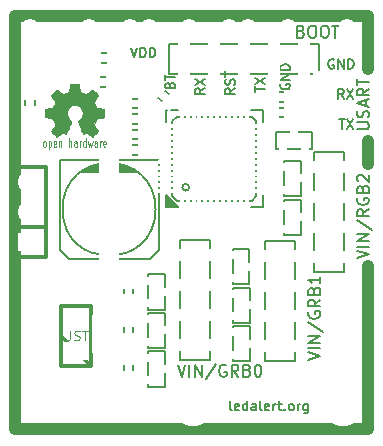
<source format=gto>
G04 #@! TF.FileFunction,Legend,Top*
%FSLAX46Y46*%
G04 Gerber Fmt 4.6, Leading zero omitted, Abs format (unit mm)*
G04 Created by KiCad (PCBNEW (2015-03-13 BZR 5510)-product) date ons  4 nov 2015 02:41:53*
%MOMM*%
G01*
G04 APERTURE LIST*
%ADD10C,0.100000*%
%ADD11C,0.200000*%
%ADD12C,1.000000*%
%ADD13C,0.150000*%
%ADD14C,0.075000*%
%ADD15C,0.002540*%
%ADD16C,0.198120*%
%ADD17C,0.127000*%
%ADD18C,0.149860*%
%ADD19C,0.304800*%
%ADD20O,4.100500X2.098980*%
%ADD21O,2.098980X4.100500*%
%ADD22O,2.098980X4.600880*%
%ADD23R,3.550000X1.120000*%
%ADD24O,1.400000X1.900000*%
%ADD25R,1.120000X3.550000*%
%ADD26R,1.700200X4.100500*%
%ADD27R,0.999160X1.100760*%
%ADD28R,1.100760X0.699440*%
%ADD29R,0.699440X1.100760*%
%ADD30R,1.100760X0.999160*%
%ADD31C,3.100000*%
%ADD32R,0.399720X1.400480*%
%ADD33R,1.400480X0.399720*%
%ADD34R,2.299640X1.624000*%
%ADD35O,2.299640X1.624000*%
G04 APERTURE END LIST*
D10*
D11*
X136738095Y-119391905D02*
X136661904Y-119353810D01*
X136623809Y-119277619D01*
X136623809Y-118591905D01*
X137347619Y-119353810D02*
X137271429Y-119391905D01*
X137119048Y-119391905D01*
X137042857Y-119353810D01*
X137004762Y-119277619D01*
X137004762Y-118972857D01*
X137042857Y-118896667D01*
X137119048Y-118858571D01*
X137271429Y-118858571D01*
X137347619Y-118896667D01*
X137385714Y-118972857D01*
X137385714Y-119049048D01*
X137004762Y-119125238D01*
X138071428Y-119391905D02*
X138071428Y-118591905D01*
X138071428Y-119353810D02*
X137995238Y-119391905D01*
X137842857Y-119391905D01*
X137766666Y-119353810D01*
X137728571Y-119315714D01*
X137690476Y-119239524D01*
X137690476Y-119010952D01*
X137728571Y-118934762D01*
X137766666Y-118896667D01*
X137842857Y-118858571D01*
X137995238Y-118858571D01*
X138071428Y-118896667D01*
X138795238Y-119391905D02*
X138795238Y-118972857D01*
X138757143Y-118896667D01*
X138680953Y-118858571D01*
X138528572Y-118858571D01*
X138452381Y-118896667D01*
X138795238Y-119353810D02*
X138719048Y-119391905D01*
X138528572Y-119391905D01*
X138452381Y-119353810D01*
X138414286Y-119277619D01*
X138414286Y-119201429D01*
X138452381Y-119125238D01*
X138528572Y-119087143D01*
X138719048Y-119087143D01*
X138795238Y-119049048D01*
X139290477Y-119391905D02*
X139214286Y-119353810D01*
X139176191Y-119277619D01*
X139176191Y-118591905D01*
X139900001Y-119353810D02*
X139823811Y-119391905D01*
X139671430Y-119391905D01*
X139595239Y-119353810D01*
X139557144Y-119277619D01*
X139557144Y-118972857D01*
X139595239Y-118896667D01*
X139671430Y-118858571D01*
X139823811Y-118858571D01*
X139900001Y-118896667D01*
X139938096Y-118972857D01*
X139938096Y-119049048D01*
X139557144Y-119125238D01*
X140280953Y-119391905D02*
X140280953Y-118858571D01*
X140280953Y-119010952D02*
X140319048Y-118934762D01*
X140357144Y-118896667D01*
X140433334Y-118858571D01*
X140509525Y-118858571D01*
X140661905Y-118858571D02*
X140966667Y-118858571D01*
X140776191Y-118591905D02*
X140776191Y-119277619D01*
X140814286Y-119353810D01*
X140890477Y-119391905D01*
X140966667Y-119391905D01*
X141233334Y-119315714D02*
X141271429Y-119353810D01*
X141233334Y-119391905D01*
X141195239Y-119353810D01*
X141233334Y-119315714D01*
X141233334Y-119391905D01*
X141728572Y-119391905D02*
X141652381Y-119353810D01*
X141614286Y-119315714D01*
X141576191Y-119239524D01*
X141576191Y-119010952D01*
X141614286Y-118934762D01*
X141652381Y-118896667D01*
X141728572Y-118858571D01*
X141842858Y-118858571D01*
X141919048Y-118896667D01*
X141957143Y-118934762D01*
X141995239Y-119010952D01*
X141995239Y-119239524D01*
X141957143Y-119315714D01*
X141919048Y-119353810D01*
X141842858Y-119391905D01*
X141728572Y-119391905D01*
X142338096Y-119391905D02*
X142338096Y-118858571D01*
X142338096Y-119010952D02*
X142376191Y-118934762D01*
X142414287Y-118896667D01*
X142490477Y-118858571D01*
X142566668Y-118858571D01*
X143176191Y-118858571D02*
X143176191Y-119506190D01*
X143138096Y-119582381D01*
X143100001Y-119620476D01*
X143023810Y-119658571D01*
X142909525Y-119658571D01*
X142833334Y-119620476D01*
X143176191Y-119353810D02*
X143100001Y-119391905D01*
X142947620Y-119391905D01*
X142871429Y-119353810D01*
X142833334Y-119315714D01*
X142795239Y-119239524D01*
X142795239Y-119010952D01*
X142833334Y-118934762D01*
X142871429Y-118896667D01*
X142947620Y-118858571D01*
X143100001Y-118858571D01*
X143176191Y-118896667D01*
D12*
X148320000Y-110240000D02*
X148320000Y-107210000D01*
X148320000Y-97440000D02*
X148320000Y-98560000D01*
X122260000Y-118260000D02*
X122810000Y-118260000D01*
X148320000Y-97670000D02*
X148320000Y-96580000D01*
X148320000Y-120990000D02*
X148320000Y-109560000D01*
X148320000Y-97490000D02*
X148320000Y-96980000D01*
X148320000Y-86020000D02*
X148320000Y-90450000D01*
X118400000Y-86020000D02*
X148320000Y-86020000D01*
X118400000Y-121010000D02*
X118400000Y-86020000D01*
X148320000Y-121010000D02*
X118400000Y-121010000D01*
X148320000Y-120880000D02*
X148320000Y-121010000D01*
D13*
X131512857Y-91837619D02*
X131550952Y-91723333D01*
X131589048Y-91685238D01*
X131665238Y-91647143D01*
X131779524Y-91647143D01*
X131855714Y-91685238D01*
X131893810Y-91723333D01*
X131931905Y-91799524D01*
X131931905Y-92104286D01*
X131131905Y-92104286D01*
X131131905Y-91837619D01*
X131170000Y-91761429D01*
X131208095Y-91723333D01*
X131284286Y-91685238D01*
X131360476Y-91685238D01*
X131436667Y-91723333D01*
X131474762Y-91761429D01*
X131512857Y-91837619D01*
X131512857Y-92104286D01*
X131131905Y-91418572D02*
X131131905Y-90961429D01*
X131931905Y-91190000D02*
X131131905Y-91190000D01*
X137011905Y-92138095D02*
X136630952Y-92404762D01*
X137011905Y-92595238D02*
X136211905Y-92595238D01*
X136211905Y-92290476D01*
X136250000Y-92214285D01*
X136288095Y-92176190D01*
X136364286Y-92138095D01*
X136478571Y-92138095D01*
X136554762Y-92176190D01*
X136592857Y-92214285D01*
X136630952Y-92290476D01*
X136630952Y-92595238D01*
X136973810Y-91833333D02*
X137011905Y-91719047D01*
X137011905Y-91528571D01*
X136973810Y-91452381D01*
X136935714Y-91414285D01*
X136859524Y-91376190D01*
X136783333Y-91376190D01*
X136707143Y-91414285D01*
X136669048Y-91452381D01*
X136630952Y-91528571D01*
X136592857Y-91680952D01*
X136554762Y-91757143D01*
X136516667Y-91795238D01*
X136440476Y-91833333D01*
X136364286Y-91833333D01*
X136288095Y-91795238D01*
X136250000Y-91757143D01*
X136211905Y-91680952D01*
X136211905Y-91490476D01*
X136250000Y-91376190D01*
X136211905Y-91147619D02*
X136211905Y-90690476D01*
X137011905Y-90919047D02*
X136211905Y-90919047D01*
X134471905Y-92123333D02*
X134090952Y-92390000D01*
X134471905Y-92580476D02*
X133671905Y-92580476D01*
X133671905Y-92275714D01*
X133710000Y-92199523D01*
X133748095Y-92161428D01*
X133824286Y-92123333D01*
X133938571Y-92123333D01*
X134014762Y-92161428D01*
X134052857Y-92199523D01*
X134090952Y-92275714D01*
X134090952Y-92580476D01*
X133671905Y-91856666D02*
X134471905Y-91323333D01*
X133671905Y-91323333D02*
X134471905Y-91856666D01*
X138731905Y-92419524D02*
X138731905Y-91962381D01*
X139531905Y-92190952D02*
X138731905Y-92190952D01*
X138731905Y-91771904D02*
X139531905Y-91238571D01*
X138731905Y-91238571D02*
X139531905Y-91771904D01*
X140910000Y-91769523D02*
X140871905Y-91845714D01*
X140871905Y-91959999D01*
X140910000Y-92074285D01*
X140986190Y-92150476D01*
X141062381Y-92188571D01*
X141214762Y-92226666D01*
X141329048Y-92226666D01*
X141481429Y-92188571D01*
X141557619Y-92150476D01*
X141633810Y-92074285D01*
X141671905Y-91959999D01*
X141671905Y-91883809D01*
X141633810Y-91769523D01*
X141595714Y-91731428D01*
X141329048Y-91731428D01*
X141329048Y-91883809D01*
X141671905Y-91388571D02*
X140871905Y-91388571D01*
X141671905Y-90931428D01*
X140871905Y-90931428D01*
X141671905Y-90550476D02*
X140871905Y-90550476D01*
X140871905Y-90360000D01*
X140910000Y-90245714D01*
X140986190Y-90169523D01*
X141062381Y-90131428D01*
X141214762Y-90093333D01*
X141329048Y-90093333D01*
X141481429Y-90131428D01*
X141557619Y-90169523D01*
X141633810Y-90245714D01*
X141671905Y-90360000D01*
X141671905Y-90550476D01*
X145850476Y-94761905D02*
X146307619Y-94761905D01*
X146079048Y-95561905D02*
X146079048Y-94761905D01*
X146498096Y-94761905D02*
X147031429Y-95561905D01*
X147031429Y-94761905D02*
X146498096Y-95561905D01*
X146236667Y-93001905D02*
X145970000Y-92620952D01*
X145779524Y-93001905D02*
X145779524Y-92201905D01*
X146084286Y-92201905D01*
X146160477Y-92240000D01*
X146198572Y-92278095D01*
X146236667Y-92354286D01*
X146236667Y-92468571D01*
X146198572Y-92544762D01*
X146160477Y-92582857D01*
X146084286Y-92620952D01*
X145779524Y-92620952D01*
X146503334Y-92201905D02*
X147036667Y-93001905D01*
X147036667Y-92201905D02*
X146503334Y-93001905D01*
X145380477Y-89700000D02*
X145304286Y-89661905D01*
X145190001Y-89661905D01*
X145075715Y-89700000D01*
X144999524Y-89776190D01*
X144961429Y-89852381D01*
X144923334Y-90004762D01*
X144923334Y-90119048D01*
X144961429Y-90271429D01*
X144999524Y-90347619D01*
X145075715Y-90423810D01*
X145190001Y-90461905D01*
X145266191Y-90461905D01*
X145380477Y-90423810D01*
X145418572Y-90385714D01*
X145418572Y-90119048D01*
X145266191Y-90119048D01*
X145761429Y-90461905D02*
X145761429Y-89661905D01*
X146218572Y-90461905D01*
X146218572Y-89661905D01*
X146599524Y-90461905D02*
X146599524Y-89661905D01*
X146790000Y-89661905D01*
X146904286Y-89700000D01*
X146980477Y-89776190D01*
X147018572Y-89852381D01*
X147056667Y-90004762D01*
X147056667Y-90119048D01*
X147018572Y-90271429D01*
X146980477Y-90347619D01*
X146904286Y-90423810D01*
X146790000Y-90461905D01*
X146599524Y-90461905D01*
D14*
X125600000Y-96600000D02*
X125600000Y-97060000D01*
X125690000Y-96600000D02*
X125740000Y-96600000D01*
X125640000Y-96630000D02*
X125690000Y-96600000D01*
X125620000Y-96650000D02*
X125640000Y-96630000D01*
X125600000Y-96720000D02*
X125620000Y-96650000D01*
X126040000Y-97060000D02*
X126090000Y-97030000D01*
X125940000Y-97060000D02*
X126040000Y-97060000D01*
X125900000Y-97030000D02*
X125940000Y-97060000D01*
X125880000Y-96960000D02*
X125900000Y-97030000D01*
X125880000Y-96690000D02*
X125880000Y-96960000D01*
X125910000Y-96630000D02*
X125880000Y-96690000D01*
X125950000Y-96600000D02*
X125910000Y-96630000D01*
X126050000Y-96600000D02*
X125950000Y-96600000D01*
X126090000Y-96640000D02*
X126050000Y-96600000D01*
X126110000Y-96710000D02*
X126090000Y-96640000D01*
X126110000Y-96830000D02*
X126110000Y-96710000D01*
X126110000Y-96830000D02*
X125880000Y-96830000D01*
X125360000Y-96690000D02*
X125360000Y-97060000D01*
X125330000Y-96630000D02*
X125360000Y-96690000D01*
X125290000Y-96600000D02*
X125330000Y-96630000D01*
X125190000Y-96600000D02*
X125290000Y-96600000D01*
X125140000Y-96630000D02*
X125190000Y-96600000D01*
X125200000Y-96790000D02*
X125150000Y-96820000D01*
X125320000Y-96790000D02*
X125200000Y-96790000D01*
X125360000Y-96760000D02*
X125320000Y-96790000D01*
X125310000Y-97060000D02*
X125360000Y-97020000D01*
X125190000Y-97060000D02*
X125310000Y-97060000D01*
X125140000Y-97020000D02*
X125190000Y-97060000D01*
X125120000Y-96960000D02*
X125140000Y-97020000D01*
X125120000Y-96890000D02*
X125120000Y-96960000D01*
X125150000Y-96820000D02*
X125120000Y-96890000D01*
X124570000Y-96600000D02*
X124670000Y-97060000D01*
X124670000Y-97060000D02*
X124760000Y-96720000D01*
X124760000Y-96720000D02*
X124860000Y-97060000D01*
X124860000Y-97060000D02*
X124960000Y-96600000D01*
X124380000Y-97030000D02*
X124340000Y-97060000D01*
X124340000Y-97060000D02*
X124230000Y-97060000D01*
X124230000Y-97060000D02*
X124190000Y-97030000D01*
X124190000Y-97030000D02*
X124170000Y-97000000D01*
X124170000Y-97000000D02*
X124140000Y-96930000D01*
X124140000Y-96930000D02*
X124140000Y-96730000D01*
X124140000Y-96730000D02*
X124170000Y-96660000D01*
X124170000Y-96660000D02*
X124190000Y-96630000D01*
X124190000Y-96630000D02*
X124250000Y-96590000D01*
X124250000Y-96590000D02*
X124320000Y-96590000D01*
X124320000Y-96590000D02*
X124380000Y-96630000D01*
X124380000Y-96360000D02*
X124380000Y-97060000D01*
X123860000Y-96720000D02*
X123880000Y-96650000D01*
X123880000Y-96650000D02*
X123900000Y-96630000D01*
X123900000Y-96630000D02*
X123950000Y-96600000D01*
X123950000Y-96600000D02*
X124000000Y-96600000D01*
X123860000Y-96600000D02*
X123860000Y-97060000D01*
X123410000Y-96820000D02*
X123380000Y-96890000D01*
X123380000Y-96890000D02*
X123380000Y-96960000D01*
X123380000Y-96960000D02*
X123400000Y-97020000D01*
X123400000Y-97020000D02*
X123450000Y-97060000D01*
X123450000Y-97060000D02*
X123570000Y-97060000D01*
X123570000Y-97060000D02*
X123620000Y-97020000D01*
X123620000Y-96760000D02*
X123580000Y-96790000D01*
X123580000Y-96790000D02*
X123460000Y-96790000D01*
X123460000Y-96790000D02*
X123410000Y-96820000D01*
X123400000Y-96630000D02*
X123450000Y-96600000D01*
X123450000Y-96600000D02*
X123550000Y-96600000D01*
X123550000Y-96600000D02*
X123590000Y-96630000D01*
X123590000Y-96630000D02*
X123620000Y-96690000D01*
X123620000Y-96690000D02*
X123620000Y-97060000D01*
X122950000Y-96670000D02*
X122970000Y-96630000D01*
X122970000Y-96630000D02*
X123020000Y-96600000D01*
X123020000Y-96600000D02*
X123100000Y-96600000D01*
X123100000Y-96600000D02*
X123140000Y-96630000D01*
X123140000Y-96630000D02*
X123160000Y-96690000D01*
X123160000Y-96690000D02*
X123160000Y-97060000D01*
X122950000Y-96360000D02*
X122950000Y-97060000D01*
X121900000Y-96830000D02*
X121670000Y-96830000D01*
X122120000Y-96660000D02*
X122140000Y-96630000D01*
X122140000Y-96630000D02*
X122180000Y-96600000D01*
X122180000Y-96600000D02*
X122270000Y-96600000D01*
X122270000Y-96600000D02*
X122310000Y-96630000D01*
X122310000Y-96630000D02*
X122330000Y-96690000D01*
X122330000Y-96690000D02*
X122330000Y-97060000D01*
X122120000Y-96600000D02*
X122120000Y-97060000D01*
X121900000Y-96830000D02*
X121900000Y-96710000D01*
X121900000Y-96710000D02*
X121880000Y-96640000D01*
X121880000Y-96640000D02*
X121840000Y-96600000D01*
X121840000Y-96600000D02*
X121740000Y-96600000D01*
X121740000Y-96600000D02*
X121700000Y-96630000D01*
X121700000Y-96630000D02*
X121670000Y-96690000D01*
X121670000Y-96690000D02*
X121670000Y-96960000D01*
X121670000Y-96960000D02*
X121690000Y-97030000D01*
X121690000Y-97030000D02*
X121730000Y-97060000D01*
X121730000Y-97060000D02*
X121830000Y-97060000D01*
X121830000Y-97060000D02*
X121880000Y-97030000D01*
X121240000Y-96630000D02*
X121280000Y-96600000D01*
X121280000Y-96600000D02*
X121380000Y-96600000D01*
X121380000Y-96600000D02*
X121420000Y-96630000D01*
X121420000Y-96630000D02*
X121450000Y-96660000D01*
X121450000Y-96660000D02*
X121470000Y-96720000D01*
X121470000Y-96720000D02*
X121470000Y-96940000D01*
X121470000Y-96940000D02*
X121450000Y-97000000D01*
X121450000Y-97000000D02*
X121430000Y-97030000D01*
X121430000Y-97030000D02*
X121390000Y-97060000D01*
X121390000Y-97060000D02*
X121290000Y-97060000D01*
X121290000Y-97060000D02*
X121240000Y-97030000D01*
X121240000Y-97300000D02*
X121240000Y-96600000D01*
X120930000Y-96600000D02*
X120850000Y-96600000D01*
X120850000Y-96600000D02*
X120810000Y-96630000D01*
X120810000Y-96630000D02*
X120790000Y-96660000D01*
X120790000Y-96660000D02*
X120760000Y-96730000D01*
X120850000Y-97060000D02*
X120930000Y-97060000D01*
X120930000Y-97060000D02*
X120980000Y-97030000D01*
X120980000Y-97030000D02*
X121000000Y-97000000D01*
X121000000Y-97000000D02*
X121020000Y-96930000D01*
X121020000Y-96930000D02*
X121020000Y-96730000D01*
X121020000Y-96730000D02*
X121000000Y-96670000D01*
X121000000Y-96670000D02*
X120980000Y-96640000D01*
X120980000Y-96640000D02*
X120930000Y-96600000D01*
X120760000Y-96730000D02*
X120760000Y-96930000D01*
X120760000Y-96930000D02*
X120780000Y-96990000D01*
X120780000Y-96990000D02*
X120800000Y-97020000D01*
X120800000Y-97020000D02*
X120850000Y-97060000D01*
D15*
G36*
X121926160Y-96225360D02*
X121951560Y-96210120D01*
X122009980Y-96174560D01*
X122093800Y-96118680D01*
X122192860Y-96052640D01*
X122291920Y-95986600D01*
X122373200Y-95933260D01*
X122429080Y-95895160D01*
X122454480Y-95882460D01*
X122467180Y-95887540D01*
X122512900Y-95910400D01*
X122581480Y-95945960D01*
X122622120Y-95966280D01*
X122683080Y-95991680D01*
X122716100Y-95999300D01*
X122721180Y-95989140D01*
X122744040Y-95940880D01*
X122779600Y-95859600D01*
X122825320Y-95750380D01*
X122881200Y-95623380D01*
X122937080Y-95488760D01*
X122995500Y-95349060D01*
X123051380Y-95214440D01*
X123099640Y-95095060D01*
X123140280Y-94998540D01*
X123165680Y-94929960D01*
X123175840Y-94902020D01*
X123173300Y-94894400D01*
X123140280Y-94863920D01*
X123086940Y-94823280D01*
X122967560Y-94726760D01*
X122850720Y-94581980D01*
X122779600Y-94416880D01*
X122756740Y-94231460D01*
X122777060Y-94061280D01*
X122843100Y-93898720D01*
X122957400Y-93751400D01*
X123097100Y-93642180D01*
X123259660Y-93573600D01*
X123440000Y-93550740D01*
X123612720Y-93571060D01*
X123780360Y-93637100D01*
X123927680Y-93748860D01*
X123991180Y-93819980D01*
X124077540Y-93969840D01*
X124125800Y-94127320D01*
X124130880Y-94167960D01*
X124123260Y-94343220D01*
X124072460Y-94513400D01*
X123978480Y-94663260D01*
X123848940Y-94787720D01*
X123833700Y-94797880D01*
X123775280Y-94843600D01*
X123734640Y-94874080D01*
X123704160Y-94899480D01*
X123927680Y-95437960D01*
X123963240Y-95521780D01*
X124024200Y-95669100D01*
X124077540Y-95796100D01*
X124120720Y-95897700D01*
X124151200Y-95963740D01*
X124163900Y-95991680D01*
X124163900Y-95994220D01*
X124184220Y-95996760D01*
X124224860Y-95981520D01*
X124301060Y-95945960D01*
X124349320Y-95920560D01*
X124407740Y-95892620D01*
X124433140Y-95882460D01*
X124456000Y-95895160D01*
X124509340Y-95930720D01*
X124590620Y-95984060D01*
X124687140Y-96047560D01*
X124778580Y-96111060D01*
X124862400Y-96166940D01*
X124923360Y-96205040D01*
X124953840Y-96222820D01*
X124958920Y-96222820D01*
X124984320Y-96207580D01*
X125032580Y-96166940D01*
X125106240Y-96098360D01*
X125210380Y-95994220D01*
X125225620Y-95978980D01*
X125311980Y-95892620D01*
X125380560Y-95818960D01*
X125426280Y-95768160D01*
X125444060Y-95745300D01*
X125444060Y-95745300D01*
X125428820Y-95714820D01*
X125390720Y-95653860D01*
X125334840Y-95567500D01*
X125266260Y-95468440D01*
X125088460Y-95209360D01*
X125184980Y-94965520D01*
X125215460Y-94889320D01*
X125253560Y-94800420D01*
X125281500Y-94734380D01*
X125296740Y-94706440D01*
X125322140Y-94696280D01*
X125390720Y-94681040D01*
X125487240Y-94660720D01*
X125601540Y-94640400D01*
X125713300Y-94620080D01*
X125812360Y-94599760D01*
X125883480Y-94587060D01*
X125916500Y-94579440D01*
X125924120Y-94574360D01*
X125931740Y-94559120D01*
X125934280Y-94526100D01*
X125936820Y-94465140D01*
X125939360Y-94371160D01*
X125939360Y-94231460D01*
X125939360Y-94216220D01*
X125936820Y-94086680D01*
X125934280Y-93980000D01*
X125931740Y-93913960D01*
X125926660Y-93886020D01*
X125926660Y-93886020D01*
X125896180Y-93878400D01*
X125825060Y-93863160D01*
X125726000Y-93845380D01*
X125606620Y-93822520D01*
X125599000Y-93819980D01*
X125482160Y-93797120D01*
X125383100Y-93776800D01*
X125311980Y-93761560D01*
X125284040Y-93751400D01*
X125276420Y-93743780D01*
X125253560Y-93698060D01*
X125220540Y-93624400D01*
X125179900Y-93535500D01*
X125141800Y-93441520D01*
X125108780Y-93357700D01*
X125085920Y-93296740D01*
X125078300Y-93268800D01*
X125080840Y-93266260D01*
X125098620Y-93238320D01*
X125139260Y-93177360D01*
X125195140Y-93093540D01*
X125263720Y-92991940D01*
X125268800Y-92984320D01*
X125337380Y-92885260D01*
X125393260Y-92798900D01*
X125428820Y-92740480D01*
X125444060Y-92712540D01*
X125444060Y-92710000D01*
X125421200Y-92679520D01*
X125370400Y-92623640D01*
X125296740Y-92547440D01*
X125210380Y-92458540D01*
X125182440Y-92433140D01*
X125083380Y-92336620D01*
X125017340Y-92275660D01*
X124974160Y-92242640D01*
X124953840Y-92235020D01*
X124953840Y-92235020D01*
X124923360Y-92252800D01*
X124859860Y-92293440D01*
X124776040Y-92351860D01*
X124674440Y-92420440D01*
X124666820Y-92425520D01*
X124567760Y-92494100D01*
X124483940Y-92549980D01*
X124425520Y-92590620D01*
X124397580Y-92605860D01*
X124395040Y-92605860D01*
X124354400Y-92593160D01*
X124283280Y-92567760D01*
X124194380Y-92534740D01*
X124102940Y-92496640D01*
X124019120Y-92461080D01*
X123955620Y-92433140D01*
X123925140Y-92415360D01*
X123925140Y-92415360D01*
X123914980Y-92379800D01*
X123897200Y-92303600D01*
X123876880Y-92202000D01*
X123851480Y-92080080D01*
X123848940Y-92059760D01*
X123826080Y-91940380D01*
X123808300Y-91841320D01*
X123793060Y-91772740D01*
X123785440Y-91744800D01*
X123770200Y-91742260D01*
X123711780Y-91737180D01*
X123622880Y-91734640D01*
X123513660Y-91734640D01*
X123401900Y-91734640D01*
X123292680Y-91737180D01*
X123198700Y-91739720D01*
X123130120Y-91744800D01*
X123102180Y-91749880D01*
X123102180Y-91752420D01*
X123092020Y-91790520D01*
X123074240Y-91864180D01*
X123053920Y-91968320D01*
X123031060Y-92090240D01*
X123025980Y-92113100D01*
X123003120Y-92229940D01*
X122982800Y-92329000D01*
X122970100Y-92395040D01*
X122962480Y-92422980D01*
X122949780Y-92428060D01*
X122901520Y-92448380D01*
X122822780Y-92481400D01*
X122723720Y-92522040D01*
X122495120Y-92613480D01*
X122213180Y-92422980D01*
X122187780Y-92405200D01*
X122086180Y-92336620D01*
X122004900Y-92280740D01*
X121946480Y-92242640D01*
X121923620Y-92229940D01*
X121921080Y-92229940D01*
X121893140Y-92255340D01*
X121837260Y-92308680D01*
X121761060Y-92382340D01*
X121672160Y-92468700D01*
X121608660Y-92534740D01*
X121529920Y-92613480D01*
X121481660Y-92666820D01*
X121453720Y-92699840D01*
X121446100Y-92720160D01*
X121448640Y-92735400D01*
X121466420Y-92763340D01*
X121507060Y-92824300D01*
X121565480Y-92910660D01*
X121634060Y-93009720D01*
X121689940Y-93093540D01*
X121750900Y-93187520D01*
X121789000Y-93253560D01*
X121804240Y-93286580D01*
X121799160Y-93299280D01*
X121781380Y-93355160D01*
X121745820Y-93438980D01*
X121705180Y-93538040D01*
X121606120Y-93759020D01*
X121461340Y-93786960D01*
X121372440Y-93804740D01*
X121250520Y-93827600D01*
X121131140Y-93850460D01*
X120948260Y-93886020D01*
X120940640Y-94561660D01*
X120968580Y-94574360D01*
X120996520Y-94581980D01*
X121065100Y-94597220D01*
X121161620Y-94617540D01*
X121278460Y-94637860D01*
X121374980Y-94655640D01*
X121474040Y-94675960D01*
X121545160Y-94688660D01*
X121575640Y-94696280D01*
X121585800Y-94706440D01*
X121608660Y-94754700D01*
X121644220Y-94830900D01*
X121684860Y-94922340D01*
X121722960Y-95016320D01*
X121758520Y-95105220D01*
X121781380Y-95171260D01*
X121791540Y-95204280D01*
X121778840Y-95232220D01*
X121740740Y-95290640D01*
X121687400Y-95371920D01*
X121618820Y-95470980D01*
X121552780Y-95567500D01*
X121494360Y-95651320D01*
X121456260Y-95712280D01*
X121438480Y-95740220D01*
X121448640Y-95758000D01*
X121486740Y-95806260D01*
X121560400Y-95882460D01*
X121672160Y-95991680D01*
X121689940Y-96009460D01*
X121776300Y-96093280D01*
X121849960Y-96161860D01*
X121903300Y-96207580D01*
X121926160Y-96225360D01*
X121926160Y-96225360D01*
G37*
X121926160Y-96225360D02*
X121951560Y-96210120D01*
X122009980Y-96174560D01*
X122093800Y-96118680D01*
X122192860Y-96052640D01*
X122291920Y-95986600D01*
X122373200Y-95933260D01*
X122429080Y-95895160D01*
X122454480Y-95882460D01*
X122467180Y-95887540D01*
X122512900Y-95910400D01*
X122581480Y-95945960D01*
X122622120Y-95966280D01*
X122683080Y-95991680D01*
X122716100Y-95999300D01*
X122721180Y-95989140D01*
X122744040Y-95940880D01*
X122779600Y-95859600D01*
X122825320Y-95750380D01*
X122881200Y-95623380D01*
X122937080Y-95488760D01*
X122995500Y-95349060D01*
X123051380Y-95214440D01*
X123099640Y-95095060D01*
X123140280Y-94998540D01*
X123165680Y-94929960D01*
X123175840Y-94902020D01*
X123173300Y-94894400D01*
X123140280Y-94863920D01*
X123086940Y-94823280D01*
X122967560Y-94726760D01*
X122850720Y-94581980D01*
X122779600Y-94416880D01*
X122756740Y-94231460D01*
X122777060Y-94061280D01*
X122843100Y-93898720D01*
X122957400Y-93751400D01*
X123097100Y-93642180D01*
X123259660Y-93573600D01*
X123440000Y-93550740D01*
X123612720Y-93571060D01*
X123780360Y-93637100D01*
X123927680Y-93748860D01*
X123991180Y-93819980D01*
X124077540Y-93969840D01*
X124125800Y-94127320D01*
X124130880Y-94167960D01*
X124123260Y-94343220D01*
X124072460Y-94513400D01*
X123978480Y-94663260D01*
X123848940Y-94787720D01*
X123833700Y-94797880D01*
X123775280Y-94843600D01*
X123734640Y-94874080D01*
X123704160Y-94899480D01*
X123927680Y-95437960D01*
X123963240Y-95521780D01*
X124024200Y-95669100D01*
X124077540Y-95796100D01*
X124120720Y-95897700D01*
X124151200Y-95963740D01*
X124163900Y-95991680D01*
X124163900Y-95994220D01*
X124184220Y-95996760D01*
X124224860Y-95981520D01*
X124301060Y-95945960D01*
X124349320Y-95920560D01*
X124407740Y-95892620D01*
X124433140Y-95882460D01*
X124456000Y-95895160D01*
X124509340Y-95930720D01*
X124590620Y-95984060D01*
X124687140Y-96047560D01*
X124778580Y-96111060D01*
X124862400Y-96166940D01*
X124923360Y-96205040D01*
X124953840Y-96222820D01*
X124958920Y-96222820D01*
X124984320Y-96207580D01*
X125032580Y-96166940D01*
X125106240Y-96098360D01*
X125210380Y-95994220D01*
X125225620Y-95978980D01*
X125311980Y-95892620D01*
X125380560Y-95818960D01*
X125426280Y-95768160D01*
X125444060Y-95745300D01*
X125444060Y-95745300D01*
X125428820Y-95714820D01*
X125390720Y-95653860D01*
X125334840Y-95567500D01*
X125266260Y-95468440D01*
X125088460Y-95209360D01*
X125184980Y-94965520D01*
X125215460Y-94889320D01*
X125253560Y-94800420D01*
X125281500Y-94734380D01*
X125296740Y-94706440D01*
X125322140Y-94696280D01*
X125390720Y-94681040D01*
X125487240Y-94660720D01*
X125601540Y-94640400D01*
X125713300Y-94620080D01*
X125812360Y-94599760D01*
X125883480Y-94587060D01*
X125916500Y-94579440D01*
X125924120Y-94574360D01*
X125931740Y-94559120D01*
X125934280Y-94526100D01*
X125936820Y-94465140D01*
X125939360Y-94371160D01*
X125939360Y-94231460D01*
X125939360Y-94216220D01*
X125936820Y-94086680D01*
X125934280Y-93980000D01*
X125931740Y-93913960D01*
X125926660Y-93886020D01*
X125926660Y-93886020D01*
X125896180Y-93878400D01*
X125825060Y-93863160D01*
X125726000Y-93845380D01*
X125606620Y-93822520D01*
X125599000Y-93819980D01*
X125482160Y-93797120D01*
X125383100Y-93776800D01*
X125311980Y-93761560D01*
X125284040Y-93751400D01*
X125276420Y-93743780D01*
X125253560Y-93698060D01*
X125220540Y-93624400D01*
X125179900Y-93535500D01*
X125141800Y-93441520D01*
X125108780Y-93357700D01*
X125085920Y-93296740D01*
X125078300Y-93268800D01*
X125080840Y-93266260D01*
X125098620Y-93238320D01*
X125139260Y-93177360D01*
X125195140Y-93093540D01*
X125263720Y-92991940D01*
X125268800Y-92984320D01*
X125337380Y-92885260D01*
X125393260Y-92798900D01*
X125428820Y-92740480D01*
X125444060Y-92712540D01*
X125444060Y-92710000D01*
X125421200Y-92679520D01*
X125370400Y-92623640D01*
X125296740Y-92547440D01*
X125210380Y-92458540D01*
X125182440Y-92433140D01*
X125083380Y-92336620D01*
X125017340Y-92275660D01*
X124974160Y-92242640D01*
X124953840Y-92235020D01*
X124953840Y-92235020D01*
X124923360Y-92252800D01*
X124859860Y-92293440D01*
X124776040Y-92351860D01*
X124674440Y-92420440D01*
X124666820Y-92425520D01*
X124567760Y-92494100D01*
X124483940Y-92549980D01*
X124425520Y-92590620D01*
X124397580Y-92605860D01*
X124395040Y-92605860D01*
X124354400Y-92593160D01*
X124283280Y-92567760D01*
X124194380Y-92534740D01*
X124102940Y-92496640D01*
X124019120Y-92461080D01*
X123955620Y-92433140D01*
X123925140Y-92415360D01*
X123925140Y-92415360D01*
X123914980Y-92379800D01*
X123897200Y-92303600D01*
X123876880Y-92202000D01*
X123851480Y-92080080D01*
X123848940Y-92059760D01*
X123826080Y-91940380D01*
X123808300Y-91841320D01*
X123793060Y-91772740D01*
X123785440Y-91744800D01*
X123770200Y-91742260D01*
X123711780Y-91737180D01*
X123622880Y-91734640D01*
X123513660Y-91734640D01*
X123401900Y-91734640D01*
X123292680Y-91737180D01*
X123198700Y-91739720D01*
X123130120Y-91744800D01*
X123102180Y-91749880D01*
X123102180Y-91752420D01*
X123092020Y-91790520D01*
X123074240Y-91864180D01*
X123053920Y-91968320D01*
X123031060Y-92090240D01*
X123025980Y-92113100D01*
X123003120Y-92229940D01*
X122982800Y-92329000D01*
X122970100Y-92395040D01*
X122962480Y-92422980D01*
X122949780Y-92428060D01*
X122901520Y-92448380D01*
X122822780Y-92481400D01*
X122723720Y-92522040D01*
X122495120Y-92613480D01*
X122213180Y-92422980D01*
X122187780Y-92405200D01*
X122086180Y-92336620D01*
X122004900Y-92280740D01*
X121946480Y-92242640D01*
X121923620Y-92229940D01*
X121921080Y-92229940D01*
X121893140Y-92255340D01*
X121837260Y-92308680D01*
X121761060Y-92382340D01*
X121672160Y-92468700D01*
X121608660Y-92534740D01*
X121529920Y-92613480D01*
X121481660Y-92666820D01*
X121453720Y-92699840D01*
X121446100Y-92720160D01*
X121448640Y-92735400D01*
X121466420Y-92763340D01*
X121507060Y-92824300D01*
X121565480Y-92910660D01*
X121634060Y-93009720D01*
X121689940Y-93093540D01*
X121750900Y-93187520D01*
X121789000Y-93253560D01*
X121804240Y-93286580D01*
X121799160Y-93299280D01*
X121781380Y-93355160D01*
X121745820Y-93438980D01*
X121705180Y-93538040D01*
X121606120Y-93759020D01*
X121461340Y-93786960D01*
X121372440Y-93804740D01*
X121250520Y-93827600D01*
X121131140Y-93850460D01*
X120948260Y-93886020D01*
X120940640Y-94561660D01*
X120968580Y-94574360D01*
X120996520Y-94581980D01*
X121065100Y-94597220D01*
X121161620Y-94617540D01*
X121278460Y-94637860D01*
X121374980Y-94655640D01*
X121474040Y-94675960D01*
X121545160Y-94688660D01*
X121575640Y-94696280D01*
X121585800Y-94706440D01*
X121608660Y-94754700D01*
X121644220Y-94830900D01*
X121684860Y-94922340D01*
X121722960Y-95016320D01*
X121758520Y-95105220D01*
X121781380Y-95171260D01*
X121791540Y-95204280D01*
X121778840Y-95232220D01*
X121740740Y-95290640D01*
X121687400Y-95371920D01*
X121618820Y-95470980D01*
X121552780Y-95567500D01*
X121494360Y-95651320D01*
X121456260Y-95712280D01*
X121438480Y-95740220D01*
X121448640Y-95758000D01*
X121486740Y-95806260D01*
X121560400Y-95882460D01*
X121672160Y-95991680D01*
X121689940Y-96009460D01*
X121776300Y-96093280D01*
X121849960Y-96161860D01*
X121903300Y-96207580D01*
X121926160Y-96225360D01*
D11*
X144100000Y-89880000D02*
X144100000Y-90920000D01*
X144100000Y-90920000D02*
X143960000Y-90920000D01*
X131400000Y-90920000D02*
X143980000Y-90920000D01*
X131400000Y-88380000D02*
X131400000Y-90920000D01*
D16*
X131400000Y-88380000D02*
X144100000Y-88380000D01*
X144100000Y-89880000D02*
X144100000Y-88380000D01*
X131400000Y-88380000D02*
X131400000Y-89880000D01*
D17*
X127376000Y-98560000D02*
X125344000Y-98560000D01*
X124963000Y-98687000D02*
X127757000Y-98687000D01*
X128011000Y-98814000D02*
X124709000Y-98814000D01*
X124455000Y-98941000D02*
X128265000Y-98941000D01*
X124328000Y-99068000D02*
X128392000Y-99068000D01*
X128646000Y-99195000D02*
X124074000Y-99195000D01*
X130297000Y-102370000D02*
G75*
G03X130297000Y-102370000I-3937000J0D01*
G01*
X130551000Y-98179000D02*
X122169000Y-98179000D01*
X122169000Y-98179000D02*
X122169000Y-105799000D01*
X122169000Y-105799000D02*
X122931000Y-106561000D01*
X122931000Y-106561000D02*
X129789000Y-106561000D01*
X129789000Y-106561000D02*
X130551000Y-105799000D01*
X130551000Y-105799000D02*
X130551000Y-98179000D01*
X126360000Y-106053000D02*
X126360000Y-105291000D01*
X126741000Y-105672000D02*
X125979000Y-105672000D01*
X140411200Y-93763600D02*
X140411200Y-94576400D01*
X141528800Y-94551000D02*
X141528800Y-93763600D01*
X141782800Y-94576400D02*
X140157200Y-94576400D01*
X140157200Y-94576400D02*
X140157200Y-93763600D01*
X140157200Y-93763600D02*
X141782800Y-93763600D01*
X141782800Y-93763600D02*
X141782800Y-94576400D01*
X131077763Y-93452499D02*
X131652499Y-92877763D01*
X130844276Y-92105461D02*
X130287501Y-92662237D01*
X130682632Y-91907895D02*
X131832105Y-93057368D01*
X131832105Y-93057368D02*
X131257368Y-93632105D01*
X131257368Y-93632105D02*
X130107895Y-92482632D01*
X130107895Y-92482632D02*
X130682632Y-91907895D01*
X129671500Y-116832500D02*
X129011100Y-116832500D01*
X129671500Y-114927500D02*
X129011100Y-114927500D01*
X131068500Y-115880000D02*
X131728900Y-115880000D01*
X131068500Y-114381400D02*
X131068500Y-117378600D01*
X131068500Y-117378600D02*
X129671500Y-117378600D01*
X129671500Y-117378600D02*
X129671500Y-114381400D01*
X129671500Y-114381400D02*
X131068500Y-114381400D01*
X129671500Y-113572500D02*
X129011100Y-113572500D01*
X129671500Y-111667500D02*
X129011100Y-111667500D01*
X131068500Y-112620000D02*
X131728900Y-112620000D01*
X131068500Y-111121400D02*
X131068500Y-114118600D01*
X131068500Y-114118600D02*
X129671500Y-114118600D01*
X129671500Y-114118600D02*
X129671500Y-111121400D01*
X129671500Y-111121400D02*
X131068500Y-111121400D01*
X129671500Y-110322500D02*
X129011100Y-110322500D01*
X129671500Y-108417500D02*
X129011100Y-108417500D01*
X131068500Y-109370000D02*
X131728900Y-109370000D01*
X131068500Y-107871400D02*
X131068500Y-110868600D01*
X131068500Y-110868600D02*
X129671500Y-110868600D01*
X129671500Y-110868600D02*
X129671500Y-107871400D01*
X129671500Y-107871400D02*
X131068500Y-107871400D01*
X136861500Y-114702500D02*
X136201100Y-114702500D01*
X136861500Y-112797500D02*
X136201100Y-112797500D01*
X138258500Y-113750000D02*
X138918900Y-113750000D01*
X138258500Y-112251400D02*
X138258500Y-115248600D01*
X138258500Y-115248600D02*
X136861500Y-115248600D01*
X136861500Y-115248600D02*
X136861500Y-112251400D01*
X136861500Y-112251400D02*
X138258500Y-112251400D01*
X136861500Y-111442500D02*
X136201100Y-111442500D01*
X136861500Y-109537500D02*
X136201100Y-109537500D01*
X138258500Y-110490000D02*
X138918900Y-110490000D01*
X138258500Y-108991400D02*
X138258500Y-111988600D01*
X138258500Y-111988600D02*
X136861500Y-111988600D01*
X136861500Y-111988600D02*
X136861500Y-108991400D01*
X136861500Y-108991400D02*
X138258500Y-108991400D01*
X136851500Y-108182500D02*
X136191100Y-108182500D01*
X136851500Y-106277500D02*
X136191100Y-106277500D01*
X138248500Y-107230000D02*
X138908900Y-107230000D01*
X138248500Y-105731400D02*
X138248500Y-108728600D01*
X138248500Y-108728600D02*
X136851500Y-108728600D01*
X136851500Y-108728600D02*
X136851500Y-105731400D01*
X136851500Y-105731400D02*
X138248500Y-105731400D01*
X141191500Y-104012500D02*
X140531100Y-104012500D01*
X141191500Y-102107500D02*
X140531100Y-102107500D01*
X142588500Y-103060000D02*
X143248900Y-103060000D01*
X142588500Y-101561400D02*
X142588500Y-104558600D01*
X142588500Y-104558600D02*
X141191500Y-104558600D01*
X141191500Y-104558600D02*
X141191500Y-101561400D01*
X141191500Y-101561400D02*
X142588500Y-101561400D01*
X141181500Y-100712500D02*
X140521100Y-100712500D01*
X141181500Y-98807500D02*
X140521100Y-98807500D01*
X142578500Y-99760000D02*
X143238900Y-99760000D01*
X142578500Y-98261400D02*
X142578500Y-101258600D01*
X142578500Y-101258600D02*
X141181500Y-101258600D01*
X141181500Y-101258600D02*
X141181500Y-98261400D01*
X141181500Y-98261400D02*
X142578500Y-98261400D01*
X142972500Y-97228500D02*
X142972500Y-97888900D01*
X141067500Y-97228500D02*
X141067500Y-97888900D01*
X142020000Y-95831500D02*
X142020000Y-95171100D01*
X140521400Y-95831500D02*
X143518600Y-95831500D01*
X143518600Y-95831500D02*
X143518600Y-97228500D01*
X143518600Y-97228500D02*
X140521400Y-97228500D01*
X140521400Y-97228500D02*
X140521400Y-95831500D01*
X140411200Y-92433600D02*
X140411200Y-93246400D01*
X141528800Y-93221000D02*
X141528800Y-92433600D01*
X141782800Y-93246400D02*
X140157200Y-93246400D01*
X140157200Y-93246400D02*
X140157200Y-92433600D01*
X140157200Y-92433600D02*
X141782800Y-92433600D01*
X141782800Y-92433600D02*
X141782800Y-93246400D01*
X119263600Y-93898800D02*
X120076400Y-93898800D01*
X120051000Y-92781200D02*
X119263600Y-92781200D01*
X120076400Y-92527200D02*
X120076400Y-94152800D01*
X120076400Y-94152800D02*
X119263600Y-94152800D01*
X119263600Y-94152800D02*
X119263600Y-92527200D01*
X119263600Y-92527200D02*
X120076400Y-92527200D01*
X126458800Y-89976400D02*
X126458800Y-89163600D01*
X125341200Y-89189000D02*
X125341200Y-89976400D01*
X125087200Y-89163600D02*
X126712800Y-89163600D01*
X126712800Y-89163600D02*
X126712800Y-89976400D01*
X126712800Y-89976400D02*
X125087200Y-89976400D01*
X125087200Y-89976400D02*
X125087200Y-89163600D01*
X129108800Y-93806400D02*
X129108800Y-92993600D01*
X127991200Y-93019000D02*
X127991200Y-93806400D01*
X127737200Y-92993600D02*
X129362800Y-92993600D01*
X129362800Y-92993600D02*
X129362800Y-93806400D01*
X129362800Y-93806400D02*
X127737200Y-93806400D01*
X127737200Y-93806400D02*
X127737200Y-92993600D01*
X129108800Y-96426400D02*
X129108800Y-95613600D01*
X127991200Y-95639000D02*
X127991200Y-96426400D01*
X127737200Y-95613600D02*
X129362800Y-95613600D01*
X129362800Y-95613600D02*
X129362800Y-96426400D01*
X129362800Y-96426400D02*
X127737200Y-96426400D01*
X127737200Y-96426400D02*
X127737200Y-95613600D01*
X126418800Y-91996400D02*
X126418800Y-91183600D01*
X125301200Y-91209000D02*
X125301200Y-91996400D01*
X125047200Y-91183600D02*
X126672800Y-91183600D01*
X126672800Y-91183600D02*
X126672800Y-91996400D01*
X126672800Y-91996400D02*
X125047200Y-91996400D01*
X125047200Y-91996400D02*
X125047200Y-91183600D01*
X129108800Y-95116400D02*
X129108800Y-94303600D01*
X127991200Y-94329000D02*
X127991200Y-95116400D01*
X127737200Y-94303600D02*
X129362800Y-94303600D01*
X129362800Y-94303600D02*
X129362800Y-95116400D01*
X129362800Y-95116400D02*
X127737200Y-95116400D01*
X127737200Y-95116400D02*
X127737200Y-94303600D01*
X129108800Y-97746400D02*
X129108800Y-96933600D01*
X127991200Y-96959000D02*
X127991200Y-97746400D01*
X127737200Y-96933600D02*
X129362800Y-96933600D01*
X129362800Y-96933600D02*
X129362800Y-97746400D01*
X129362800Y-97746400D02*
X127737200Y-97746400D01*
X127737200Y-97746400D02*
X127737200Y-96933600D01*
X128396400Y-115271200D02*
X127583600Y-115271200D01*
X127609000Y-116388800D02*
X128396400Y-116388800D01*
X127583600Y-116642800D02*
X127583600Y-115017200D01*
X127583600Y-115017200D02*
X128396400Y-115017200D01*
X128396400Y-115017200D02*
X128396400Y-116642800D01*
X128396400Y-116642800D02*
X127583600Y-116642800D01*
X128396400Y-112011200D02*
X127583600Y-112011200D01*
X127609000Y-113128800D02*
X128396400Y-113128800D01*
X127583600Y-113382800D02*
X127583600Y-111757200D01*
X127583600Y-111757200D02*
X128396400Y-111757200D01*
X128396400Y-111757200D02*
X128396400Y-113382800D01*
X128396400Y-113382800D02*
X127583600Y-113382800D01*
X128396400Y-108761200D02*
X127583600Y-108761200D01*
X127609000Y-109878800D02*
X128396400Y-109878800D01*
X127583600Y-110132800D02*
X127583600Y-108507200D01*
X127583600Y-108507200D02*
X128396400Y-108507200D01*
X128396400Y-108507200D02*
X128396400Y-110132800D01*
X128396400Y-110132800D02*
X127583600Y-110132800D01*
D18*
X131160440Y-101988900D02*
X131361100Y-102189560D01*
X131559220Y-102189560D02*
X131160440Y-101790780D01*
X131160440Y-101590120D02*
X131759880Y-102189560D01*
X131960540Y-102189560D02*
X131160440Y-101389460D01*
X132161200Y-102189560D02*
X131160440Y-102189560D01*
X131160440Y-102189560D02*
X131160440Y-101188800D01*
X131160440Y-101188800D02*
X132161200Y-102189560D01*
X139359560Y-101188800D02*
X139359560Y-102189560D01*
X139359560Y-102189560D02*
X138358800Y-102189560D01*
X138358800Y-93990440D02*
X139359560Y-93990440D01*
X139359560Y-93990440D02*
X139359560Y-94991200D01*
X131160440Y-94991200D02*
X131160440Y-93990440D01*
X131160440Y-93990440D02*
X132161200Y-93990440D01*
D17*
X133130981Y-100503000D02*
G75*
G03X133130981Y-100503000I-283981J0D01*
G01*
X138816000Y-101265000D02*
X138435000Y-101646000D01*
X138435000Y-101646000D02*
X132085000Y-101646000D01*
X132085000Y-101646000D02*
X131704000Y-101265000D01*
X131704000Y-101265000D02*
X131704000Y-94915000D01*
X131704000Y-94915000D02*
X132085000Y-94534000D01*
X132085000Y-94534000D02*
X138435000Y-94534000D01*
X138435000Y-94534000D02*
X138816000Y-94915000D01*
X138816000Y-94915000D02*
X138816000Y-101265000D01*
D16*
X134890000Y-104960000D02*
X134890000Y-115120000D01*
X132370000Y-115120000D02*
X132370000Y-104960000D01*
X132380000Y-104960000D02*
X134880000Y-104960000D01*
X132370000Y-115120000D02*
X134870000Y-115120000D01*
X142080000Y-105060000D02*
X142080000Y-115220000D01*
X139560000Y-115220000D02*
X139560000Y-105060000D01*
X139570000Y-105060000D02*
X142070000Y-105060000D01*
X139560000Y-115220000D02*
X142060000Y-115220000D01*
X146230000Y-97480000D02*
X146230000Y-107640000D01*
X143710000Y-107640000D02*
X143710000Y-97480000D01*
X143720000Y-97480000D02*
X146220000Y-97480000D01*
X143710000Y-107640000D02*
X146210000Y-107640000D01*
D19*
X120990000Y-103900000D02*
X118450000Y-103900000D01*
X118450000Y-106440000D02*
X118450000Y-98820000D01*
X118450000Y-98820000D02*
X120990000Y-98820000D01*
X120990000Y-98820000D02*
X120990000Y-106440000D01*
X120990000Y-106440000D02*
X118450000Y-106440000D01*
X124850000Y-115670000D02*
X122310000Y-113130000D01*
X124850000Y-110590000D02*
X124850000Y-115670000D01*
X122310000Y-115670000D02*
X122310000Y-110590000D01*
X124850000Y-115670000D02*
X122310000Y-115670000D01*
X122310000Y-110590000D02*
X124850000Y-110590000D01*
D13*
X128213333Y-88681905D02*
X128480000Y-89481905D01*
X128746667Y-88681905D01*
X129013333Y-89481905D02*
X129013333Y-88681905D01*
X129203809Y-88681905D01*
X129318095Y-88720000D01*
X129394286Y-88796190D01*
X129432381Y-88872381D01*
X129470476Y-89024762D01*
X129470476Y-89139048D01*
X129432381Y-89291429D01*
X129394286Y-89367619D01*
X129318095Y-89443810D01*
X129203809Y-89481905D01*
X129013333Y-89481905D01*
X129813333Y-89481905D02*
X129813333Y-88681905D01*
X130003809Y-88681905D01*
X130118095Y-88720000D01*
X130194286Y-88796190D01*
X130232381Y-88872381D01*
X130270476Y-89024762D01*
X130270476Y-89139048D01*
X130232381Y-89291429D01*
X130194286Y-89367619D01*
X130118095Y-89443810D01*
X130003809Y-89481905D01*
X129813333Y-89481905D01*
D11*
X142622858Y-87308571D02*
X142765715Y-87356190D01*
X142813334Y-87403810D01*
X142860953Y-87499048D01*
X142860953Y-87641905D01*
X142813334Y-87737143D01*
X142765715Y-87784762D01*
X142670477Y-87832381D01*
X142289524Y-87832381D01*
X142289524Y-86832381D01*
X142622858Y-86832381D01*
X142718096Y-86880000D01*
X142765715Y-86927619D01*
X142813334Y-87022857D01*
X142813334Y-87118095D01*
X142765715Y-87213333D01*
X142718096Y-87260952D01*
X142622858Y-87308571D01*
X142289524Y-87308571D01*
X143480000Y-86832381D02*
X143670477Y-86832381D01*
X143765715Y-86880000D01*
X143860953Y-86975238D01*
X143908572Y-87165714D01*
X143908572Y-87499048D01*
X143860953Y-87689524D01*
X143765715Y-87784762D01*
X143670477Y-87832381D01*
X143480000Y-87832381D01*
X143384762Y-87784762D01*
X143289524Y-87689524D01*
X143241905Y-87499048D01*
X143241905Y-87165714D01*
X143289524Y-86975238D01*
X143384762Y-86880000D01*
X143480000Y-86832381D01*
X144527619Y-86832381D02*
X144718096Y-86832381D01*
X144813334Y-86880000D01*
X144908572Y-86975238D01*
X144956191Y-87165714D01*
X144956191Y-87499048D01*
X144908572Y-87689524D01*
X144813334Y-87784762D01*
X144718096Y-87832381D01*
X144527619Y-87832381D01*
X144432381Y-87784762D01*
X144337143Y-87689524D01*
X144289524Y-87499048D01*
X144289524Y-87165714D01*
X144337143Y-86975238D01*
X144432381Y-86880000D01*
X144527619Y-86832381D01*
X145241905Y-86832381D02*
X145813334Y-86832381D01*
X145527619Y-87832381D02*
X145527619Y-86832381D01*
X147372381Y-95591429D02*
X148181905Y-95591429D01*
X148277143Y-95543810D01*
X148324762Y-95496191D01*
X148372381Y-95400953D01*
X148372381Y-95210476D01*
X148324762Y-95115238D01*
X148277143Y-95067619D01*
X148181905Y-95020000D01*
X147372381Y-95020000D01*
X148324762Y-94591429D02*
X148372381Y-94448572D01*
X148372381Y-94210476D01*
X148324762Y-94115238D01*
X148277143Y-94067619D01*
X148181905Y-94020000D01*
X148086667Y-94020000D01*
X147991429Y-94067619D01*
X147943810Y-94115238D01*
X147896190Y-94210476D01*
X147848571Y-94400953D01*
X147800952Y-94496191D01*
X147753333Y-94543810D01*
X147658095Y-94591429D01*
X147562857Y-94591429D01*
X147467619Y-94543810D01*
X147420000Y-94496191D01*
X147372381Y-94400953D01*
X147372381Y-94162857D01*
X147420000Y-94020000D01*
X148086667Y-93639048D02*
X148086667Y-93162857D01*
X148372381Y-93734286D02*
X147372381Y-93400953D01*
X148372381Y-93067619D01*
X148372381Y-92162857D02*
X147896190Y-92496191D01*
X148372381Y-92734286D02*
X147372381Y-92734286D01*
X147372381Y-92353333D01*
X147420000Y-92258095D01*
X147467619Y-92210476D01*
X147562857Y-92162857D01*
X147705714Y-92162857D01*
X147800952Y-92210476D01*
X147848571Y-92258095D01*
X147896190Y-92353333D01*
X147896190Y-92734286D01*
X147372381Y-91877143D02*
X147372381Y-91305714D01*
X148372381Y-91591429D02*
X147372381Y-91591429D01*
X132164762Y-115532381D02*
X132498095Y-116532381D01*
X132831429Y-115532381D01*
X133164762Y-116532381D02*
X133164762Y-115532381D01*
X133640952Y-116532381D02*
X133640952Y-115532381D01*
X134212381Y-116532381D01*
X134212381Y-115532381D01*
X135402857Y-115484762D02*
X134545714Y-116770476D01*
X136260000Y-115580000D02*
X136164762Y-115532381D01*
X136021905Y-115532381D01*
X135879047Y-115580000D01*
X135783809Y-115675238D01*
X135736190Y-115770476D01*
X135688571Y-115960952D01*
X135688571Y-116103810D01*
X135736190Y-116294286D01*
X135783809Y-116389524D01*
X135879047Y-116484762D01*
X136021905Y-116532381D01*
X136117143Y-116532381D01*
X136260000Y-116484762D01*
X136307619Y-116437143D01*
X136307619Y-116103810D01*
X136117143Y-116103810D01*
X137307619Y-116532381D02*
X136974285Y-116056190D01*
X136736190Y-116532381D02*
X136736190Y-115532381D01*
X137117143Y-115532381D01*
X137212381Y-115580000D01*
X137260000Y-115627619D01*
X137307619Y-115722857D01*
X137307619Y-115865714D01*
X137260000Y-115960952D01*
X137212381Y-116008571D01*
X137117143Y-116056190D01*
X136736190Y-116056190D01*
X138069524Y-116008571D02*
X138212381Y-116056190D01*
X138260000Y-116103810D01*
X138307619Y-116199048D01*
X138307619Y-116341905D01*
X138260000Y-116437143D01*
X138212381Y-116484762D01*
X138117143Y-116532381D01*
X137736190Y-116532381D01*
X137736190Y-115532381D01*
X138069524Y-115532381D01*
X138164762Y-115580000D01*
X138212381Y-115627619D01*
X138260000Y-115722857D01*
X138260000Y-115818095D01*
X138212381Y-115913333D01*
X138164762Y-115960952D01*
X138069524Y-116008571D01*
X137736190Y-116008571D01*
X138926666Y-115532381D02*
X139021905Y-115532381D01*
X139117143Y-115580000D01*
X139164762Y-115627619D01*
X139212381Y-115722857D01*
X139260000Y-115913333D01*
X139260000Y-116151429D01*
X139212381Y-116341905D01*
X139164762Y-116437143D01*
X139117143Y-116484762D01*
X139021905Y-116532381D01*
X138926666Y-116532381D01*
X138831428Y-116484762D01*
X138783809Y-116437143D01*
X138736190Y-116341905D01*
X138688571Y-116151429D01*
X138688571Y-115913333D01*
X138736190Y-115722857D01*
X138783809Y-115627619D01*
X138831428Y-115580000D01*
X138926666Y-115532381D01*
X143232381Y-115155238D02*
X144232381Y-114821905D01*
X143232381Y-114488571D01*
X144232381Y-114155238D02*
X143232381Y-114155238D01*
X144232381Y-113679048D02*
X143232381Y-113679048D01*
X144232381Y-113107619D01*
X143232381Y-113107619D01*
X143184762Y-111917143D02*
X144470476Y-112774286D01*
X143280000Y-111060000D02*
X143232381Y-111155238D01*
X143232381Y-111298095D01*
X143280000Y-111440953D01*
X143375238Y-111536191D01*
X143470476Y-111583810D01*
X143660952Y-111631429D01*
X143803810Y-111631429D01*
X143994286Y-111583810D01*
X144089524Y-111536191D01*
X144184762Y-111440953D01*
X144232381Y-111298095D01*
X144232381Y-111202857D01*
X144184762Y-111060000D01*
X144137143Y-111012381D01*
X143803810Y-111012381D01*
X143803810Y-111202857D01*
X144232381Y-110012381D02*
X143756190Y-110345715D01*
X144232381Y-110583810D02*
X143232381Y-110583810D01*
X143232381Y-110202857D01*
X143280000Y-110107619D01*
X143327619Y-110060000D01*
X143422857Y-110012381D01*
X143565714Y-110012381D01*
X143660952Y-110060000D01*
X143708571Y-110107619D01*
X143756190Y-110202857D01*
X143756190Y-110583810D01*
X143708571Y-109250476D02*
X143756190Y-109107619D01*
X143803810Y-109060000D01*
X143899048Y-109012381D01*
X144041905Y-109012381D01*
X144137143Y-109060000D01*
X144184762Y-109107619D01*
X144232381Y-109202857D01*
X144232381Y-109583810D01*
X143232381Y-109583810D01*
X143232381Y-109250476D01*
X143280000Y-109155238D01*
X143327619Y-109107619D01*
X143422857Y-109060000D01*
X143518095Y-109060000D01*
X143613333Y-109107619D01*
X143660952Y-109155238D01*
X143708571Y-109250476D01*
X143708571Y-109583810D01*
X144232381Y-108060000D02*
X144232381Y-108631429D01*
X144232381Y-108345715D02*
X143232381Y-108345715D01*
X143375238Y-108440953D01*
X143470476Y-108536191D01*
X143518095Y-108631429D01*
X147362381Y-106525238D02*
X148362381Y-106191905D01*
X147362381Y-105858571D01*
X148362381Y-105525238D02*
X147362381Y-105525238D01*
X148362381Y-105049048D02*
X147362381Y-105049048D01*
X148362381Y-104477619D01*
X147362381Y-104477619D01*
X147314762Y-103287143D02*
X148600476Y-104144286D01*
X148362381Y-102382381D02*
X147886190Y-102715715D01*
X148362381Y-102953810D02*
X147362381Y-102953810D01*
X147362381Y-102572857D01*
X147410000Y-102477619D01*
X147457619Y-102430000D01*
X147552857Y-102382381D01*
X147695714Y-102382381D01*
X147790952Y-102430000D01*
X147838571Y-102477619D01*
X147886190Y-102572857D01*
X147886190Y-102953810D01*
X147410000Y-101430000D02*
X147362381Y-101525238D01*
X147362381Y-101668095D01*
X147410000Y-101810953D01*
X147505238Y-101906191D01*
X147600476Y-101953810D01*
X147790952Y-102001429D01*
X147933810Y-102001429D01*
X148124286Y-101953810D01*
X148219524Y-101906191D01*
X148314762Y-101810953D01*
X148362381Y-101668095D01*
X148362381Y-101572857D01*
X148314762Y-101430000D01*
X148267143Y-101382381D01*
X147933810Y-101382381D01*
X147933810Y-101572857D01*
X147838571Y-100620476D02*
X147886190Y-100477619D01*
X147933810Y-100430000D01*
X148029048Y-100382381D01*
X148171905Y-100382381D01*
X148267143Y-100430000D01*
X148314762Y-100477619D01*
X148362381Y-100572857D01*
X148362381Y-100953810D01*
X147362381Y-100953810D01*
X147362381Y-100620476D01*
X147410000Y-100525238D01*
X147457619Y-100477619D01*
X147552857Y-100430000D01*
X147648095Y-100430000D01*
X147743333Y-100477619D01*
X147790952Y-100525238D01*
X147838571Y-100620476D01*
X147838571Y-100953810D01*
X147457619Y-100001429D02*
X147410000Y-99953810D01*
X147362381Y-99858572D01*
X147362381Y-99620476D01*
X147410000Y-99525238D01*
X147457619Y-99477619D01*
X147552857Y-99430000D01*
X147648095Y-99430000D01*
X147790952Y-99477619D01*
X148362381Y-100049048D01*
X148362381Y-99430000D01*
D10*
X123068572Y-112651905D02*
X123068572Y-113223333D01*
X123030476Y-113337619D01*
X122954286Y-113413810D01*
X122840000Y-113451905D01*
X122763810Y-113451905D01*
X123411429Y-113413810D02*
X123525715Y-113451905D01*
X123716191Y-113451905D01*
X123792381Y-113413810D01*
X123830477Y-113375714D01*
X123868572Y-113299524D01*
X123868572Y-113223333D01*
X123830477Y-113147143D01*
X123792381Y-113109048D01*
X123716191Y-113070952D01*
X123563810Y-113032857D01*
X123487619Y-112994762D01*
X123449524Y-112956667D01*
X123411429Y-112880476D01*
X123411429Y-112804286D01*
X123449524Y-112728095D01*
X123487619Y-112690000D01*
X123563810Y-112651905D01*
X123754286Y-112651905D01*
X123868572Y-112690000D01*
X124097143Y-112651905D02*
X124554286Y-112651905D01*
X124325715Y-113451905D02*
X124325715Y-112651905D01*
%LPC*%
D20*
X123160120Y-118270980D03*
D21*
X119908920Y-112970000D03*
D22*
X125910940Y-112970000D03*
D23*
X129260000Y-90590000D03*
D24*
X136540000Y-87220000D03*
X141540000Y-87220000D03*
X146540000Y-87220000D03*
X128160000Y-87220000D03*
X133160000Y-87220000D03*
X138160000Y-87220000D03*
X119700000Y-87220000D03*
X124700000Y-87220000D03*
X129700000Y-87220000D03*
D25*
X142830000Y-90005000D03*
X132670000Y-90005000D03*
X137750000Y-90005000D03*
X135210000Y-90005000D03*
X140290000Y-90005000D03*
D26*
X126360000Y-105420540D03*
X126360000Y-99319460D03*
D27*
X140218160Y-94170000D03*
X141721840Y-94170000D03*
D10*
G36*
X130759197Y-93337552D02*
X131537552Y-92559197D01*
X132244065Y-93265710D01*
X131465710Y-94044065D01*
X130759197Y-93337552D01*
X130759197Y-93337552D01*
G37*
G36*
X129695935Y-92274290D02*
X130474290Y-91495935D01*
X131180803Y-92202448D01*
X130402448Y-92980803D01*
X129695935Y-92274290D01*
X129695935Y-92274290D01*
G37*
D28*
X129313360Y-114927500D03*
X131426640Y-115880000D03*
X129313360Y-116832500D03*
X129313360Y-111667500D03*
X131426640Y-112620000D03*
X129313360Y-113572500D03*
X129313360Y-108417500D03*
X131426640Y-109370000D03*
X129313360Y-110322500D03*
X136503360Y-112797500D03*
X138616640Y-113750000D03*
X136503360Y-114702500D03*
X136503360Y-109537500D03*
X138616640Y-110490000D03*
X136503360Y-111442500D03*
X136493360Y-106277500D03*
X138606640Y-107230000D03*
X136493360Y-108182500D03*
X140833360Y-102107500D03*
X142946640Y-103060000D03*
X140833360Y-104012500D03*
X140823360Y-98807500D03*
X142936640Y-99760000D03*
X140823360Y-100712500D03*
D29*
X141067500Y-97586640D03*
X142020000Y-95473360D03*
X142972500Y-97586640D03*
D27*
X140218160Y-92840000D03*
X141721840Y-92840000D03*
D30*
X119670000Y-94091840D03*
X119670000Y-92588160D03*
D27*
X126651840Y-89570000D03*
X125148160Y-89570000D03*
X129301840Y-93400000D03*
X127798160Y-93400000D03*
X129301840Y-96020000D03*
X127798160Y-96020000D03*
X126611840Y-91590000D03*
X125108160Y-91590000D03*
X129301840Y-94710000D03*
X127798160Y-94710000D03*
X129301840Y-97340000D03*
X127798160Y-97340000D03*
D30*
X127990000Y-115078160D03*
X127990000Y-116581840D03*
X127990000Y-111818160D03*
X127990000Y-113321840D03*
X127990000Y-108568160D03*
X127990000Y-110071840D03*
D31*
X146150000Y-109460000D03*
X146150000Y-119200000D03*
X133500000Y-119200000D03*
D32*
X134010320Y-102189560D03*
X134510700Y-102189560D03*
X135011080Y-102189560D03*
X135508920Y-102189560D03*
X136009300Y-102189560D03*
X132509180Y-102189560D03*
X133009560Y-102189560D03*
X133509940Y-102189560D03*
D33*
X139359560Y-100840820D03*
X139359560Y-100340440D03*
X139359560Y-99840060D03*
X139359560Y-99339680D03*
X139359560Y-98839300D03*
X139359560Y-98338920D03*
X139359560Y-97841080D03*
X139359560Y-97340700D03*
D32*
X138010820Y-93990440D03*
X137510440Y-93990440D03*
X137010060Y-93990440D03*
X136509680Y-93990440D03*
X136009300Y-93990440D03*
X135508920Y-93990440D03*
X135011080Y-93990440D03*
X134510700Y-93990440D03*
D33*
X131160440Y-95339180D03*
X131160440Y-95839560D03*
X131160440Y-96339940D03*
X131160440Y-96840320D03*
X131160440Y-97340700D03*
X131160440Y-97841080D03*
X131160440Y-98338920D03*
X131160440Y-98839300D03*
D32*
X136509680Y-102189560D03*
X137010060Y-102189560D03*
X137510440Y-102189560D03*
X138010820Y-102189560D03*
D33*
X139359560Y-96840320D03*
X139359560Y-96339940D03*
X139359560Y-95839560D03*
X139359560Y-95339180D03*
D32*
X134010320Y-93990440D03*
X133509940Y-93990440D03*
X133009560Y-93990440D03*
X132509180Y-93990440D03*
D33*
X131160440Y-99339680D03*
X131160440Y-99840060D03*
X131160440Y-100340440D03*
X131160440Y-100840820D03*
D23*
X145390000Y-96290000D03*
X145390000Y-93750000D03*
X145390000Y-91210000D03*
X133995000Y-113850000D03*
X133995000Y-111310000D03*
X133995000Y-108770000D03*
X133995000Y-106230000D03*
X141185000Y-113950000D03*
X141185000Y-111410000D03*
X141185000Y-108870000D03*
X141185000Y-106330000D03*
X145335000Y-106370000D03*
X145335000Y-103830000D03*
X145335000Y-101290000D03*
X145335000Y-98750000D03*
D34*
X119720000Y-105170000D03*
D35*
X119720000Y-102630000D03*
X119720000Y-100090000D03*
D34*
X123580000Y-114400000D03*
D35*
X123580000Y-111860000D03*
M02*

</source>
